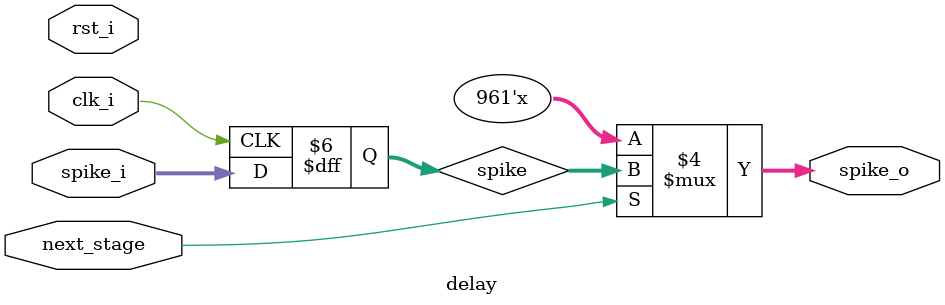
<source format=sv>

module delay #(
    parameter numWeight = 961
)

(
    input logic  clk_i,
    input logic  rst_i,
    input logic [numWeight-1:0] spike_i,
    input logic  next_stage,

    output logic [numWeight-1:0] spike_o

);

logic [numWeight-1:0] spike;

always_ff @(posedge clk_i) begin
  spike <= spike_i;
end

always_comb begin
  if ( next_stage ) begin
    spike_o = spike;
  end
  else begin
    spike_o = spike_o;
  end

end


endmodule
</source>
